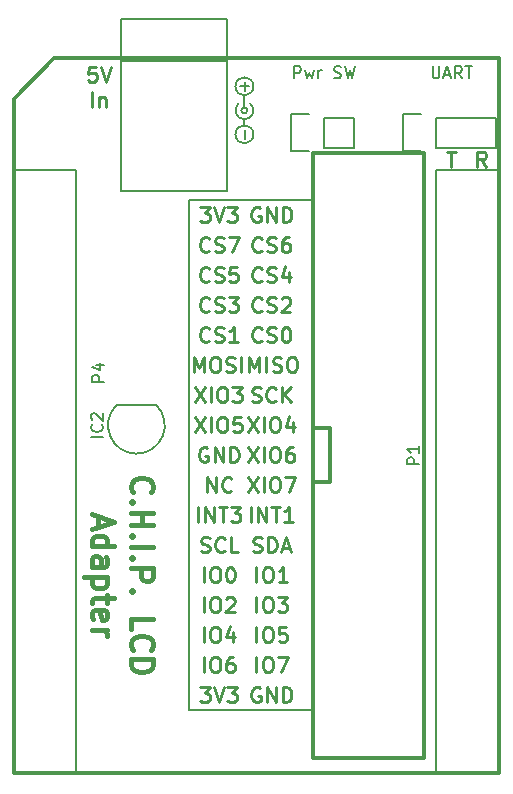
<source format=gto>
G04 #@! TF.FileFunction,Legend,Top*
%FSLAX46Y46*%
G04 Gerber Fmt 4.6, Leading zero omitted, Abs format (unit mm)*
G04 Created by KiCad (PCBNEW Rev-6964-Dev Build) date Fri Sep  2 16:35:00 2016*
%MOMM*%
%LPD*%
G01*
G04 APERTURE LIST*
%ADD10C,0.100000*%
%ADD11C,0.254000*%
%ADD12C,0.203200*%
%ADD13C,0.406400*%
%ADD14C,0.150000*%
%ADD15C,0.350000*%
%ADD16C,0.304800*%
%ADD17C,0.299720*%
G04 APERTURE END LIST*
D10*
D11*
X94524285Y-70424523D02*
X95370952Y-71694523D01*
X95370952Y-70424523D02*
X94524285Y-71694523D01*
X95854761Y-71694523D02*
X95854761Y-70424523D01*
X96701428Y-70424523D02*
X96943333Y-70424523D01*
X97064285Y-70485000D01*
X97185238Y-70605952D01*
X97245714Y-70847857D01*
X97245714Y-71271190D01*
X97185238Y-71513095D01*
X97064285Y-71634047D01*
X96943333Y-71694523D01*
X96701428Y-71694523D01*
X96580476Y-71634047D01*
X96459523Y-71513095D01*
X96399047Y-71271190D01*
X96399047Y-70847857D01*
X96459523Y-70605952D01*
X96580476Y-70485000D01*
X96701428Y-70424523D01*
X98334285Y-70847857D02*
X98334285Y-71694523D01*
X98031904Y-70364047D02*
X97729523Y-71271190D01*
X98515714Y-71271190D01*
X91077142Y-76774523D02*
X91077142Y-75504523D01*
X91802857Y-76774523D01*
X91802857Y-75504523D01*
X93133333Y-76653571D02*
X93072857Y-76714047D01*
X92891428Y-76774523D01*
X92770476Y-76774523D01*
X92589047Y-76714047D01*
X92468095Y-76593095D01*
X92407619Y-76472142D01*
X92347142Y-76230238D01*
X92347142Y-76048809D01*
X92407619Y-75806904D01*
X92468095Y-75685952D01*
X92589047Y-75565000D01*
X92770476Y-75504523D01*
X92891428Y-75504523D01*
X93072857Y-75565000D01*
X93133333Y-75625476D01*
X91258571Y-63953571D02*
X91198095Y-64014047D01*
X91016666Y-64074523D01*
X90895714Y-64074523D01*
X90714285Y-64014047D01*
X90593333Y-63893095D01*
X90532857Y-63772142D01*
X90472380Y-63530238D01*
X90472380Y-63348809D01*
X90532857Y-63106904D01*
X90593333Y-62985952D01*
X90714285Y-62865000D01*
X90895714Y-62804523D01*
X91016666Y-62804523D01*
X91198095Y-62865000D01*
X91258571Y-62925476D01*
X91742380Y-64014047D02*
X91923809Y-64074523D01*
X92226190Y-64074523D01*
X92347142Y-64014047D01*
X92407619Y-63953571D01*
X92468095Y-63832619D01*
X92468095Y-63711666D01*
X92407619Y-63590714D01*
X92347142Y-63530238D01*
X92226190Y-63469761D01*
X91984285Y-63409285D01*
X91863333Y-63348809D01*
X91802857Y-63288333D01*
X91742380Y-63167380D01*
X91742380Y-63046428D01*
X91802857Y-62925476D01*
X91863333Y-62865000D01*
X91984285Y-62804523D01*
X92286666Y-62804523D01*
X92468095Y-62865000D01*
X93677619Y-64074523D02*
X92951904Y-64074523D01*
X93314761Y-64074523D02*
X93314761Y-62804523D01*
X93193809Y-62985952D01*
X93072857Y-63106904D01*
X92951904Y-63167380D01*
D12*
X89535000Y-95250000D02*
X100076000Y-95250000D01*
X89535000Y-52070000D02*
X89535000Y-95250000D01*
X100076000Y-52070000D02*
X89535000Y-52070000D01*
D11*
X81673095Y-40770023D02*
X81068333Y-40770023D01*
X81007857Y-41374785D01*
X81068333Y-41314309D01*
X81189285Y-41253833D01*
X81491666Y-41253833D01*
X81612619Y-41314309D01*
X81673095Y-41374785D01*
X81733571Y-41495738D01*
X81733571Y-41798119D01*
X81673095Y-41919071D01*
X81612619Y-41979547D01*
X81491666Y-42040023D01*
X81189285Y-42040023D01*
X81068333Y-41979547D01*
X81007857Y-41919071D01*
X82096428Y-40770023D02*
X82519761Y-42040023D01*
X82943095Y-40770023D01*
X81340476Y-44199023D02*
X81340476Y-42929023D01*
X81945238Y-43352357D02*
X81945238Y-44199023D01*
X81945238Y-43473309D02*
X82005714Y-43412833D01*
X82126666Y-43352357D01*
X82308095Y-43352357D01*
X82429047Y-43412833D01*
X82489523Y-43533785D01*
X82489523Y-44199023D01*
X95552380Y-93345000D02*
X95431428Y-93284523D01*
X95250000Y-93284523D01*
X95068571Y-93345000D01*
X94947619Y-93465952D01*
X94887142Y-93586904D01*
X94826666Y-93828809D01*
X94826666Y-94010238D01*
X94887142Y-94252142D01*
X94947619Y-94373095D01*
X95068571Y-94494047D01*
X95250000Y-94554523D01*
X95370952Y-94554523D01*
X95552380Y-94494047D01*
X95612857Y-94433571D01*
X95612857Y-94010238D01*
X95370952Y-94010238D01*
X96157142Y-94554523D02*
X96157142Y-93284523D01*
X96882857Y-94554523D01*
X96882857Y-93284523D01*
X97487619Y-94554523D02*
X97487619Y-93284523D01*
X97790000Y-93284523D01*
X97971428Y-93345000D01*
X98092380Y-93465952D01*
X98152857Y-93586904D01*
X98213333Y-93828809D01*
X98213333Y-94010238D01*
X98152857Y-94252142D01*
X98092380Y-94373095D01*
X97971428Y-94494047D01*
X97790000Y-94554523D01*
X97487619Y-94554523D01*
X90502619Y-93284523D02*
X91288809Y-93284523D01*
X90865476Y-93768333D01*
X91046904Y-93768333D01*
X91167857Y-93828809D01*
X91228333Y-93889285D01*
X91288809Y-94010238D01*
X91288809Y-94312619D01*
X91228333Y-94433571D01*
X91167857Y-94494047D01*
X91046904Y-94554523D01*
X90684047Y-94554523D01*
X90563095Y-94494047D01*
X90502619Y-94433571D01*
X91651666Y-93284523D02*
X92075000Y-94554523D01*
X92498333Y-93284523D01*
X92800714Y-93284523D02*
X93586904Y-93284523D01*
X93163571Y-93768333D01*
X93345000Y-93768333D01*
X93465952Y-93828809D01*
X93526428Y-93889285D01*
X93586904Y-94010238D01*
X93586904Y-94312619D01*
X93526428Y-94433571D01*
X93465952Y-94494047D01*
X93345000Y-94554523D01*
X92982142Y-94554523D01*
X92861190Y-94494047D01*
X92800714Y-94433571D01*
X90805000Y-92014523D02*
X90805000Y-90744523D01*
X91651666Y-90744523D02*
X91893571Y-90744523D01*
X92014523Y-90805000D01*
X92135476Y-90925952D01*
X92195952Y-91167857D01*
X92195952Y-91591190D01*
X92135476Y-91833095D01*
X92014523Y-91954047D01*
X91893571Y-92014523D01*
X91651666Y-92014523D01*
X91530714Y-91954047D01*
X91409761Y-91833095D01*
X91349285Y-91591190D01*
X91349285Y-91167857D01*
X91409761Y-90925952D01*
X91530714Y-90805000D01*
X91651666Y-90744523D01*
X93284523Y-90744523D02*
X93042619Y-90744523D01*
X92921666Y-90805000D01*
X92861190Y-90865476D01*
X92740238Y-91046904D01*
X92679761Y-91288809D01*
X92679761Y-91772619D01*
X92740238Y-91893571D01*
X92800714Y-91954047D01*
X92921666Y-92014523D01*
X93163571Y-92014523D01*
X93284523Y-91954047D01*
X93345000Y-91893571D01*
X93405476Y-91772619D01*
X93405476Y-91470238D01*
X93345000Y-91349285D01*
X93284523Y-91288809D01*
X93163571Y-91228333D01*
X92921666Y-91228333D01*
X92800714Y-91288809D01*
X92740238Y-91349285D01*
X92679761Y-91470238D01*
X95250000Y-92014523D02*
X95250000Y-90744523D01*
X96096666Y-90744523D02*
X96338571Y-90744523D01*
X96459523Y-90805000D01*
X96580476Y-90925952D01*
X96640952Y-91167857D01*
X96640952Y-91591190D01*
X96580476Y-91833095D01*
X96459523Y-91954047D01*
X96338571Y-92014523D01*
X96096666Y-92014523D01*
X95975714Y-91954047D01*
X95854761Y-91833095D01*
X95794285Y-91591190D01*
X95794285Y-91167857D01*
X95854761Y-90925952D01*
X95975714Y-90805000D01*
X96096666Y-90744523D01*
X97064285Y-90744523D02*
X97910952Y-90744523D01*
X97366666Y-92014523D01*
X95250000Y-89474523D02*
X95250000Y-88204523D01*
X96096666Y-88204523D02*
X96338571Y-88204523D01*
X96459523Y-88265000D01*
X96580476Y-88385952D01*
X96640952Y-88627857D01*
X96640952Y-89051190D01*
X96580476Y-89293095D01*
X96459523Y-89414047D01*
X96338571Y-89474523D01*
X96096666Y-89474523D01*
X95975714Y-89414047D01*
X95854761Y-89293095D01*
X95794285Y-89051190D01*
X95794285Y-88627857D01*
X95854761Y-88385952D01*
X95975714Y-88265000D01*
X96096666Y-88204523D01*
X97790000Y-88204523D02*
X97185238Y-88204523D01*
X97124761Y-88809285D01*
X97185238Y-88748809D01*
X97306190Y-88688333D01*
X97608571Y-88688333D01*
X97729523Y-88748809D01*
X97790000Y-88809285D01*
X97850476Y-88930238D01*
X97850476Y-89232619D01*
X97790000Y-89353571D01*
X97729523Y-89414047D01*
X97608571Y-89474523D01*
X97306190Y-89474523D01*
X97185238Y-89414047D01*
X97124761Y-89353571D01*
X90805000Y-89474523D02*
X90805000Y-88204523D01*
X91651666Y-88204523D02*
X91893571Y-88204523D01*
X92014523Y-88265000D01*
X92135476Y-88385952D01*
X92195952Y-88627857D01*
X92195952Y-89051190D01*
X92135476Y-89293095D01*
X92014523Y-89414047D01*
X91893571Y-89474523D01*
X91651666Y-89474523D01*
X91530714Y-89414047D01*
X91409761Y-89293095D01*
X91349285Y-89051190D01*
X91349285Y-88627857D01*
X91409761Y-88385952D01*
X91530714Y-88265000D01*
X91651666Y-88204523D01*
X93284523Y-88627857D02*
X93284523Y-89474523D01*
X92982142Y-88144047D02*
X92679761Y-89051190D01*
X93465952Y-89051190D01*
X90805000Y-86934523D02*
X90805000Y-85664523D01*
X91651666Y-85664523D02*
X91893571Y-85664523D01*
X92014523Y-85725000D01*
X92135476Y-85845952D01*
X92195952Y-86087857D01*
X92195952Y-86511190D01*
X92135476Y-86753095D01*
X92014523Y-86874047D01*
X91893571Y-86934523D01*
X91651666Y-86934523D01*
X91530714Y-86874047D01*
X91409761Y-86753095D01*
X91349285Y-86511190D01*
X91349285Y-86087857D01*
X91409761Y-85845952D01*
X91530714Y-85725000D01*
X91651666Y-85664523D01*
X92679761Y-85785476D02*
X92740238Y-85725000D01*
X92861190Y-85664523D01*
X93163571Y-85664523D01*
X93284523Y-85725000D01*
X93345000Y-85785476D01*
X93405476Y-85906428D01*
X93405476Y-86027380D01*
X93345000Y-86208809D01*
X92619285Y-86934523D01*
X93405476Y-86934523D01*
X95250000Y-86934523D02*
X95250000Y-85664523D01*
X96096666Y-85664523D02*
X96338571Y-85664523D01*
X96459523Y-85725000D01*
X96580476Y-85845952D01*
X96640952Y-86087857D01*
X96640952Y-86511190D01*
X96580476Y-86753095D01*
X96459523Y-86874047D01*
X96338571Y-86934523D01*
X96096666Y-86934523D01*
X95975714Y-86874047D01*
X95854761Y-86753095D01*
X95794285Y-86511190D01*
X95794285Y-86087857D01*
X95854761Y-85845952D01*
X95975714Y-85725000D01*
X96096666Y-85664523D01*
X97064285Y-85664523D02*
X97850476Y-85664523D01*
X97427142Y-86148333D01*
X97608571Y-86148333D01*
X97729523Y-86208809D01*
X97790000Y-86269285D01*
X97850476Y-86390238D01*
X97850476Y-86692619D01*
X97790000Y-86813571D01*
X97729523Y-86874047D01*
X97608571Y-86934523D01*
X97245714Y-86934523D01*
X97124761Y-86874047D01*
X97064285Y-86813571D01*
X95250000Y-84394523D02*
X95250000Y-83124523D01*
X96096666Y-83124523D02*
X96338571Y-83124523D01*
X96459523Y-83185000D01*
X96580476Y-83305952D01*
X96640952Y-83547857D01*
X96640952Y-83971190D01*
X96580476Y-84213095D01*
X96459523Y-84334047D01*
X96338571Y-84394523D01*
X96096666Y-84394523D01*
X95975714Y-84334047D01*
X95854761Y-84213095D01*
X95794285Y-83971190D01*
X95794285Y-83547857D01*
X95854761Y-83305952D01*
X95975714Y-83185000D01*
X96096666Y-83124523D01*
X97850476Y-84394523D02*
X97124761Y-84394523D01*
X97487619Y-84394523D02*
X97487619Y-83124523D01*
X97366666Y-83305952D01*
X97245714Y-83426904D01*
X97124761Y-83487380D01*
X90805000Y-84394523D02*
X90805000Y-83124523D01*
X91651666Y-83124523D02*
X91893571Y-83124523D01*
X92014523Y-83185000D01*
X92135476Y-83305952D01*
X92195952Y-83547857D01*
X92195952Y-83971190D01*
X92135476Y-84213095D01*
X92014523Y-84334047D01*
X91893571Y-84394523D01*
X91651666Y-84394523D01*
X91530714Y-84334047D01*
X91409761Y-84213095D01*
X91349285Y-83971190D01*
X91349285Y-83547857D01*
X91409761Y-83305952D01*
X91530714Y-83185000D01*
X91651666Y-83124523D01*
X92982142Y-83124523D02*
X93103095Y-83124523D01*
X93224047Y-83185000D01*
X93284523Y-83245476D01*
X93345000Y-83366428D01*
X93405476Y-83608333D01*
X93405476Y-83910714D01*
X93345000Y-84152619D01*
X93284523Y-84273571D01*
X93224047Y-84334047D01*
X93103095Y-84394523D01*
X92982142Y-84394523D01*
X92861190Y-84334047D01*
X92800714Y-84273571D01*
X92740238Y-84152619D01*
X92679761Y-83910714D01*
X92679761Y-83608333D01*
X92740238Y-83366428D01*
X92800714Y-83245476D01*
X92861190Y-83185000D01*
X92982142Y-83124523D01*
X94977857Y-81794047D02*
X95159285Y-81854523D01*
X95461666Y-81854523D01*
X95582619Y-81794047D01*
X95643095Y-81733571D01*
X95703571Y-81612619D01*
X95703571Y-81491666D01*
X95643095Y-81370714D01*
X95582619Y-81310238D01*
X95461666Y-81249761D01*
X95219761Y-81189285D01*
X95098809Y-81128809D01*
X95038333Y-81068333D01*
X94977857Y-80947380D01*
X94977857Y-80826428D01*
X95038333Y-80705476D01*
X95098809Y-80645000D01*
X95219761Y-80584523D01*
X95522142Y-80584523D01*
X95703571Y-80645000D01*
X96247857Y-81854523D02*
X96247857Y-80584523D01*
X96550238Y-80584523D01*
X96731666Y-80645000D01*
X96852619Y-80765952D01*
X96913095Y-80886904D01*
X96973571Y-81128809D01*
X96973571Y-81310238D01*
X96913095Y-81552142D01*
X96852619Y-81673095D01*
X96731666Y-81794047D01*
X96550238Y-81854523D01*
X96247857Y-81854523D01*
X97457380Y-81491666D02*
X98062142Y-81491666D01*
X97336428Y-81854523D02*
X97759761Y-80584523D01*
X98183095Y-81854523D01*
X90563095Y-81794047D02*
X90744523Y-81854523D01*
X91046904Y-81854523D01*
X91167857Y-81794047D01*
X91228333Y-81733571D01*
X91288809Y-81612619D01*
X91288809Y-81491666D01*
X91228333Y-81370714D01*
X91167857Y-81310238D01*
X91046904Y-81249761D01*
X90805000Y-81189285D01*
X90684047Y-81128809D01*
X90623571Y-81068333D01*
X90563095Y-80947380D01*
X90563095Y-80826428D01*
X90623571Y-80705476D01*
X90684047Y-80645000D01*
X90805000Y-80584523D01*
X91107380Y-80584523D01*
X91288809Y-80645000D01*
X92558809Y-81733571D02*
X92498333Y-81794047D01*
X92316904Y-81854523D01*
X92195952Y-81854523D01*
X92014523Y-81794047D01*
X91893571Y-81673095D01*
X91833095Y-81552142D01*
X91772619Y-81310238D01*
X91772619Y-81128809D01*
X91833095Y-80886904D01*
X91893571Y-80765952D01*
X92014523Y-80645000D01*
X92195952Y-80584523D01*
X92316904Y-80584523D01*
X92498333Y-80645000D01*
X92558809Y-80705476D01*
X93707857Y-81854523D02*
X93103095Y-81854523D01*
X93103095Y-80584523D01*
X90321190Y-79314523D02*
X90321190Y-78044523D01*
X90925952Y-79314523D02*
X90925952Y-78044523D01*
X91651666Y-79314523D01*
X91651666Y-78044523D01*
X92075000Y-78044523D02*
X92800714Y-78044523D01*
X92437857Y-79314523D02*
X92437857Y-78044523D01*
X93103095Y-78044523D02*
X93889285Y-78044523D01*
X93465952Y-78528333D01*
X93647380Y-78528333D01*
X93768333Y-78588809D01*
X93828809Y-78649285D01*
X93889285Y-78770238D01*
X93889285Y-79072619D01*
X93828809Y-79193571D01*
X93768333Y-79254047D01*
X93647380Y-79314523D01*
X93284523Y-79314523D01*
X93163571Y-79254047D01*
X93103095Y-79193571D01*
X94766190Y-79314523D02*
X94766190Y-78044523D01*
X95370952Y-79314523D02*
X95370952Y-78044523D01*
X96096666Y-79314523D01*
X96096666Y-78044523D01*
X96520000Y-78044523D02*
X97245714Y-78044523D01*
X96882857Y-79314523D02*
X96882857Y-78044523D01*
X98334285Y-79314523D02*
X97608571Y-79314523D01*
X97971428Y-79314523D02*
X97971428Y-78044523D01*
X97850476Y-78225952D01*
X97729523Y-78346904D01*
X97608571Y-78407380D01*
X94524285Y-75504523D02*
X95370952Y-76774523D01*
X95370952Y-75504523D02*
X94524285Y-76774523D01*
X95854761Y-76774523D02*
X95854761Y-75504523D01*
X96701428Y-75504523D02*
X96943333Y-75504523D01*
X97064285Y-75565000D01*
X97185238Y-75685952D01*
X97245714Y-75927857D01*
X97245714Y-76351190D01*
X97185238Y-76593095D01*
X97064285Y-76714047D01*
X96943333Y-76774523D01*
X96701428Y-76774523D01*
X96580476Y-76714047D01*
X96459523Y-76593095D01*
X96399047Y-76351190D01*
X96399047Y-75927857D01*
X96459523Y-75685952D01*
X96580476Y-75565000D01*
X96701428Y-75504523D01*
X97669047Y-75504523D02*
X98515714Y-75504523D01*
X97971428Y-76774523D01*
X91107380Y-73025000D02*
X90986428Y-72964523D01*
X90805000Y-72964523D01*
X90623571Y-73025000D01*
X90502619Y-73145952D01*
X90442142Y-73266904D01*
X90381666Y-73508809D01*
X90381666Y-73690238D01*
X90442142Y-73932142D01*
X90502619Y-74053095D01*
X90623571Y-74174047D01*
X90805000Y-74234523D01*
X90925952Y-74234523D01*
X91107380Y-74174047D01*
X91167857Y-74113571D01*
X91167857Y-73690238D01*
X90925952Y-73690238D01*
X91712142Y-74234523D02*
X91712142Y-72964523D01*
X92437857Y-74234523D01*
X92437857Y-72964523D01*
X93042619Y-74234523D02*
X93042619Y-72964523D01*
X93345000Y-72964523D01*
X93526428Y-73025000D01*
X93647380Y-73145952D01*
X93707857Y-73266904D01*
X93768333Y-73508809D01*
X93768333Y-73690238D01*
X93707857Y-73932142D01*
X93647380Y-74053095D01*
X93526428Y-74174047D01*
X93345000Y-74234523D01*
X93042619Y-74234523D01*
X94524285Y-72964523D02*
X95370952Y-74234523D01*
X95370952Y-72964523D02*
X94524285Y-74234523D01*
X95854761Y-74234523D02*
X95854761Y-72964523D01*
X96701428Y-72964523D02*
X96943333Y-72964523D01*
X97064285Y-73025000D01*
X97185238Y-73145952D01*
X97245714Y-73387857D01*
X97245714Y-73811190D01*
X97185238Y-74053095D01*
X97064285Y-74174047D01*
X96943333Y-74234523D01*
X96701428Y-74234523D01*
X96580476Y-74174047D01*
X96459523Y-74053095D01*
X96399047Y-73811190D01*
X96399047Y-73387857D01*
X96459523Y-73145952D01*
X96580476Y-73025000D01*
X96701428Y-72964523D01*
X98334285Y-72964523D02*
X98092380Y-72964523D01*
X97971428Y-73025000D01*
X97910952Y-73085476D01*
X97790000Y-73266904D01*
X97729523Y-73508809D01*
X97729523Y-73992619D01*
X97790000Y-74113571D01*
X97850476Y-74174047D01*
X97971428Y-74234523D01*
X98213333Y-74234523D01*
X98334285Y-74174047D01*
X98394761Y-74113571D01*
X98455238Y-73992619D01*
X98455238Y-73690238D01*
X98394761Y-73569285D01*
X98334285Y-73508809D01*
X98213333Y-73448333D01*
X97971428Y-73448333D01*
X97850476Y-73508809D01*
X97790000Y-73569285D01*
X97729523Y-73690238D01*
X90079285Y-70424523D02*
X90925952Y-71694523D01*
X90925952Y-70424523D02*
X90079285Y-71694523D01*
X91409761Y-71694523D02*
X91409761Y-70424523D01*
X92256428Y-70424523D02*
X92498333Y-70424523D01*
X92619285Y-70485000D01*
X92740238Y-70605952D01*
X92800714Y-70847857D01*
X92800714Y-71271190D01*
X92740238Y-71513095D01*
X92619285Y-71634047D01*
X92498333Y-71694523D01*
X92256428Y-71694523D01*
X92135476Y-71634047D01*
X92014523Y-71513095D01*
X91954047Y-71271190D01*
X91954047Y-70847857D01*
X92014523Y-70605952D01*
X92135476Y-70485000D01*
X92256428Y-70424523D01*
X93949761Y-70424523D02*
X93345000Y-70424523D01*
X93284523Y-71029285D01*
X93345000Y-70968809D01*
X93465952Y-70908333D01*
X93768333Y-70908333D01*
X93889285Y-70968809D01*
X93949761Y-71029285D01*
X94010238Y-71150238D01*
X94010238Y-71452619D01*
X93949761Y-71573571D01*
X93889285Y-71634047D01*
X93768333Y-71694523D01*
X93465952Y-71694523D01*
X93345000Y-71634047D01*
X93284523Y-71573571D01*
X94887142Y-69094047D02*
X95068571Y-69154523D01*
X95370952Y-69154523D01*
X95491904Y-69094047D01*
X95552380Y-69033571D01*
X95612857Y-68912619D01*
X95612857Y-68791666D01*
X95552380Y-68670714D01*
X95491904Y-68610238D01*
X95370952Y-68549761D01*
X95129047Y-68489285D01*
X95008095Y-68428809D01*
X94947619Y-68368333D01*
X94887142Y-68247380D01*
X94887142Y-68126428D01*
X94947619Y-68005476D01*
X95008095Y-67945000D01*
X95129047Y-67884523D01*
X95431428Y-67884523D01*
X95612857Y-67945000D01*
X96882857Y-69033571D02*
X96822380Y-69094047D01*
X96640952Y-69154523D01*
X96520000Y-69154523D01*
X96338571Y-69094047D01*
X96217619Y-68973095D01*
X96157142Y-68852142D01*
X96096666Y-68610238D01*
X96096666Y-68428809D01*
X96157142Y-68186904D01*
X96217619Y-68065952D01*
X96338571Y-67945000D01*
X96520000Y-67884523D01*
X96640952Y-67884523D01*
X96822380Y-67945000D01*
X96882857Y-68005476D01*
X97427142Y-69154523D02*
X97427142Y-67884523D01*
X98152857Y-69154523D02*
X97608571Y-68428809D01*
X98152857Y-67884523D02*
X97427142Y-68610238D01*
X90079285Y-67884523D02*
X90925952Y-69154523D01*
X90925952Y-67884523D02*
X90079285Y-69154523D01*
X91409761Y-69154523D02*
X91409761Y-67884523D01*
X92256428Y-67884523D02*
X92498333Y-67884523D01*
X92619285Y-67945000D01*
X92740238Y-68065952D01*
X92800714Y-68307857D01*
X92800714Y-68731190D01*
X92740238Y-68973095D01*
X92619285Y-69094047D01*
X92498333Y-69154523D01*
X92256428Y-69154523D01*
X92135476Y-69094047D01*
X92014523Y-68973095D01*
X91954047Y-68731190D01*
X91954047Y-68307857D01*
X92014523Y-68065952D01*
X92135476Y-67945000D01*
X92256428Y-67884523D01*
X93224047Y-67884523D02*
X94010238Y-67884523D01*
X93586904Y-68368333D01*
X93768333Y-68368333D01*
X93889285Y-68428809D01*
X93949761Y-68489285D01*
X94010238Y-68610238D01*
X94010238Y-68912619D01*
X93949761Y-69033571D01*
X93889285Y-69094047D01*
X93768333Y-69154523D01*
X93405476Y-69154523D01*
X93284523Y-69094047D01*
X93224047Y-69033571D01*
X94651285Y-66614523D02*
X94651285Y-65344523D01*
X95074619Y-66251666D01*
X95497952Y-65344523D01*
X95497952Y-66614523D01*
X96102714Y-66614523D02*
X96102714Y-65344523D01*
X96647000Y-66554047D02*
X96828428Y-66614523D01*
X97130809Y-66614523D01*
X97251761Y-66554047D01*
X97312238Y-66493571D01*
X97372714Y-66372619D01*
X97372714Y-66251666D01*
X97312238Y-66130714D01*
X97251761Y-66070238D01*
X97130809Y-66009761D01*
X96888904Y-65949285D01*
X96767952Y-65888809D01*
X96707476Y-65828333D01*
X96647000Y-65707380D01*
X96647000Y-65586428D01*
X96707476Y-65465476D01*
X96767952Y-65405000D01*
X96888904Y-65344523D01*
X97191285Y-65344523D01*
X97372714Y-65405000D01*
X98158904Y-65344523D02*
X98400809Y-65344523D01*
X98521761Y-65405000D01*
X98642714Y-65525952D01*
X98703190Y-65767857D01*
X98703190Y-66191190D01*
X98642714Y-66433095D01*
X98521761Y-66554047D01*
X98400809Y-66614523D01*
X98158904Y-66614523D01*
X98037952Y-66554047D01*
X97917000Y-66433095D01*
X97856523Y-66191190D01*
X97856523Y-65767857D01*
X97917000Y-65525952D01*
X98037952Y-65405000D01*
X98158904Y-65344523D01*
X89952285Y-66614523D02*
X89952285Y-65344523D01*
X90375619Y-66251666D01*
X90798952Y-65344523D01*
X90798952Y-66614523D01*
X91645619Y-65344523D02*
X91887523Y-65344523D01*
X92008476Y-65405000D01*
X92129428Y-65525952D01*
X92189904Y-65767857D01*
X92189904Y-66191190D01*
X92129428Y-66433095D01*
X92008476Y-66554047D01*
X91887523Y-66614523D01*
X91645619Y-66614523D01*
X91524666Y-66554047D01*
X91403714Y-66433095D01*
X91343238Y-66191190D01*
X91343238Y-65767857D01*
X91403714Y-65525952D01*
X91524666Y-65405000D01*
X91645619Y-65344523D01*
X92673714Y-66554047D02*
X92855142Y-66614523D01*
X93157523Y-66614523D01*
X93278476Y-66554047D01*
X93338952Y-66493571D01*
X93399428Y-66372619D01*
X93399428Y-66251666D01*
X93338952Y-66130714D01*
X93278476Y-66070238D01*
X93157523Y-66009761D01*
X92915619Y-65949285D01*
X92794666Y-65888809D01*
X92734190Y-65828333D01*
X92673714Y-65707380D01*
X92673714Y-65586428D01*
X92734190Y-65465476D01*
X92794666Y-65405000D01*
X92915619Y-65344523D01*
X93218000Y-65344523D01*
X93399428Y-65405000D01*
X93943714Y-66614523D02*
X93943714Y-65344523D01*
X95703571Y-63953571D02*
X95643095Y-64014047D01*
X95461666Y-64074523D01*
X95340714Y-64074523D01*
X95159285Y-64014047D01*
X95038333Y-63893095D01*
X94977857Y-63772142D01*
X94917380Y-63530238D01*
X94917380Y-63348809D01*
X94977857Y-63106904D01*
X95038333Y-62985952D01*
X95159285Y-62865000D01*
X95340714Y-62804523D01*
X95461666Y-62804523D01*
X95643095Y-62865000D01*
X95703571Y-62925476D01*
X96187380Y-64014047D02*
X96368809Y-64074523D01*
X96671190Y-64074523D01*
X96792142Y-64014047D01*
X96852619Y-63953571D01*
X96913095Y-63832619D01*
X96913095Y-63711666D01*
X96852619Y-63590714D01*
X96792142Y-63530238D01*
X96671190Y-63469761D01*
X96429285Y-63409285D01*
X96308333Y-63348809D01*
X96247857Y-63288333D01*
X96187380Y-63167380D01*
X96187380Y-63046428D01*
X96247857Y-62925476D01*
X96308333Y-62865000D01*
X96429285Y-62804523D01*
X96731666Y-62804523D01*
X96913095Y-62865000D01*
X97699285Y-62804523D02*
X97820238Y-62804523D01*
X97941190Y-62865000D01*
X98001666Y-62925476D01*
X98062142Y-63046428D01*
X98122619Y-63288333D01*
X98122619Y-63590714D01*
X98062142Y-63832619D01*
X98001666Y-63953571D01*
X97941190Y-64014047D01*
X97820238Y-64074523D01*
X97699285Y-64074523D01*
X97578333Y-64014047D01*
X97517857Y-63953571D01*
X97457380Y-63832619D01*
X97396904Y-63590714D01*
X97396904Y-63288333D01*
X97457380Y-63046428D01*
X97517857Y-62925476D01*
X97578333Y-62865000D01*
X97699285Y-62804523D01*
X95703571Y-61413571D02*
X95643095Y-61474047D01*
X95461666Y-61534523D01*
X95340714Y-61534523D01*
X95159285Y-61474047D01*
X95038333Y-61353095D01*
X94977857Y-61232142D01*
X94917380Y-60990238D01*
X94917380Y-60808809D01*
X94977857Y-60566904D01*
X95038333Y-60445952D01*
X95159285Y-60325000D01*
X95340714Y-60264523D01*
X95461666Y-60264523D01*
X95643095Y-60325000D01*
X95703571Y-60385476D01*
X96187380Y-61474047D02*
X96368809Y-61534523D01*
X96671190Y-61534523D01*
X96792142Y-61474047D01*
X96852619Y-61413571D01*
X96913095Y-61292619D01*
X96913095Y-61171666D01*
X96852619Y-61050714D01*
X96792142Y-60990238D01*
X96671190Y-60929761D01*
X96429285Y-60869285D01*
X96308333Y-60808809D01*
X96247857Y-60748333D01*
X96187380Y-60627380D01*
X96187380Y-60506428D01*
X96247857Y-60385476D01*
X96308333Y-60325000D01*
X96429285Y-60264523D01*
X96731666Y-60264523D01*
X96913095Y-60325000D01*
X97396904Y-60385476D02*
X97457380Y-60325000D01*
X97578333Y-60264523D01*
X97880714Y-60264523D01*
X98001666Y-60325000D01*
X98062142Y-60385476D01*
X98122619Y-60506428D01*
X98122619Y-60627380D01*
X98062142Y-60808809D01*
X97336428Y-61534523D01*
X98122619Y-61534523D01*
X91258571Y-61413571D02*
X91198095Y-61474047D01*
X91016666Y-61534523D01*
X90895714Y-61534523D01*
X90714285Y-61474047D01*
X90593333Y-61353095D01*
X90532857Y-61232142D01*
X90472380Y-60990238D01*
X90472380Y-60808809D01*
X90532857Y-60566904D01*
X90593333Y-60445952D01*
X90714285Y-60325000D01*
X90895714Y-60264523D01*
X91016666Y-60264523D01*
X91198095Y-60325000D01*
X91258571Y-60385476D01*
X91742380Y-61474047D02*
X91923809Y-61534523D01*
X92226190Y-61534523D01*
X92347142Y-61474047D01*
X92407619Y-61413571D01*
X92468095Y-61292619D01*
X92468095Y-61171666D01*
X92407619Y-61050714D01*
X92347142Y-60990238D01*
X92226190Y-60929761D01*
X91984285Y-60869285D01*
X91863333Y-60808809D01*
X91802857Y-60748333D01*
X91742380Y-60627380D01*
X91742380Y-60506428D01*
X91802857Y-60385476D01*
X91863333Y-60325000D01*
X91984285Y-60264523D01*
X92286666Y-60264523D01*
X92468095Y-60325000D01*
X92891428Y-60264523D02*
X93677619Y-60264523D01*
X93254285Y-60748333D01*
X93435714Y-60748333D01*
X93556666Y-60808809D01*
X93617142Y-60869285D01*
X93677619Y-60990238D01*
X93677619Y-61292619D01*
X93617142Y-61413571D01*
X93556666Y-61474047D01*
X93435714Y-61534523D01*
X93072857Y-61534523D01*
X92951904Y-61474047D01*
X92891428Y-61413571D01*
X91258571Y-58873571D02*
X91198095Y-58934047D01*
X91016666Y-58994523D01*
X90895714Y-58994523D01*
X90714285Y-58934047D01*
X90593333Y-58813095D01*
X90532857Y-58692142D01*
X90472380Y-58450238D01*
X90472380Y-58268809D01*
X90532857Y-58026904D01*
X90593333Y-57905952D01*
X90714285Y-57785000D01*
X90895714Y-57724523D01*
X91016666Y-57724523D01*
X91198095Y-57785000D01*
X91258571Y-57845476D01*
X91742380Y-58934047D02*
X91923809Y-58994523D01*
X92226190Y-58994523D01*
X92347142Y-58934047D01*
X92407619Y-58873571D01*
X92468095Y-58752619D01*
X92468095Y-58631666D01*
X92407619Y-58510714D01*
X92347142Y-58450238D01*
X92226190Y-58389761D01*
X91984285Y-58329285D01*
X91863333Y-58268809D01*
X91802857Y-58208333D01*
X91742380Y-58087380D01*
X91742380Y-57966428D01*
X91802857Y-57845476D01*
X91863333Y-57785000D01*
X91984285Y-57724523D01*
X92286666Y-57724523D01*
X92468095Y-57785000D01*
X93617142Y-57724523D02*
X93012380Y-57724523D01*
X92951904Y-58329285D01*
X93012380Y-58268809D01*
X93133333Y-58208333D01*
X93435714Y-58208333D01*
X93556666Y-58268809D01*
X93617142Y-58329285D01*
X93677619Y-58450238D01*
X93677619Y-58752619D01*
X93617142Y-58873571D01*
X93556666Y-58934047D01*
X93435714Y-58994523D01*
X93133333Y-58994523D01*
X93012380Y-58934047D01*
X92951904Y-58873571D01*
X95703571Y-58873571D02*
X95643095Y-58934047D01*
X95461666Y-58994523D01*
X95340714Y-58994523D01*
X95159285Y-58934047D01*
X95038333Y-58813095D01*
X94977857Y-58692142D01*
X94917380Y-58450238D01*
X94917380Y-58268809D01*
X94977857Y-58026904D01*
X95038333Y-57905952D01*
X95159285Y-57785000D01*
X95340714Y-57724523D01*
X95461666Y-57724523D01*
X95643095Y-57785000D01*
X95703571Y-57845476D01*
X96187380Y-58934047D02*
X96368809Y-58994523D01*
X96671190Y-58994523D01*
X96792142Y-58934047D01*
X96852619Y-58873571D01*
X96913095Y-58752619D01*
X96913095Y-58631666D01*
X96852619Y-58510714D01*
X96792142Y-58450238D01*
X96671190Y-58389761D01*
X96429285Y-58329285D01*
X96308333Y-58268809D01*
X96247857Y-58208333D01*
X96187380Y-58087380D01*
X96187380Y-57966428D01*
X96247857Y-57845476D01*
X96308333Y-57785000D01*
X96429285Y-57724523D01*
X96731666Y-57724523D01*
X96913095Y-57785000D01*
X98001666Y-58147857D02*
X98001666Y-58994523D01*
X97699285Y-57664047D02*
X97396904Y-58571190D01*
X98183095Y-58571190D01*
X95703571Y-56333571D02*
X95643095Y-56394047D01*
X95461666Y-56454523D01*
X95340714Y-56454523D01*
X95159285Y-56394047D01*
X95038333Y-56273095D01*
X94977857Y-56152142D01*
X94917380Y-55910238D01*
X94917380Y-55728809D01*
X94977857Y-55486904D01*
X95038333Y-55365952D01*
X95159285Y-55245000D01*
X95340714Y-55184523D01*
X95461666Y-55184523D01*
X95643095Y-55245000D01*
X95703571Y-55305476D01*
X96187380Y-56394047D02*
X96368809Y-56454523D01*
X96671190Y-56454523D01*
X96792142Y-56394047D01*
X96852619Y-56333571D01*
X96913095Y-56212619D01*
X96913095Y-56091666D01*
X96852619Y-55970714D01*
X96792142Y-55910238D01*
X96671190Y-55849761D01*
X96429285Y-55789285D01*
X96308333Y-55728809D01*
X96247857Y-55668333D01*
X96187380Y-55547380D01*
X96187380Y-55426428D01*
X96247857Y-55305476D01*
X96308333Y-55245000D01*
X96429285Y-55184523D01*
X96731666Y-55184523D01*
X96913095Y-55245000D01*
X98001666Y-55184523D02*
X97759761Y-55184523D01*
X97638809Y-55245000D01*
X97578333Y-55305476D01*
X97457380Y-55486904D01*
X97396904Y-55728809D01*
X97396904Y-56212619D01*
X97457380Y-56333571D01*
X97517857Y-56394047D01*
X97638809Y-56454523D01*
X97880714Y-56454523D01*
X98001666Y-56394047D01*
X98062142Y-56333571D01*
X98122619Y-56212619D01*
X98122619Y-55910238D01*
X98062142Y-55789285D01*
X98001666Y-55728809D01*
X97880714Y-55668333D01*
X97638809Y-55668333D01*
X97517857Y-55728809D01*
X97457380Y-55789285D01*
X97396904Y-55910238D01*
X91258571Y-56333571D02*
X91198095Y-56394047D01*
X91016666Y-56454523D01*
X90895714Y-56454523D01*
X90714285Y-56394047D01*
X90593333Y-56273095D01*
X90532857Y-56152142D01*
X90472380Y-55910238D01*
X90472380Y-55728809D01*
X90532857Y-55486904D01*
X90593333Y-55365952D01*
X90714285Y-55245000D01*
X90895714Y-55184523D01*
X91016666Y-55184523D01*
X91198095Y-55245000D01*
X91258571Y-55305476D01*
X91742380Y-56394047D02*
X91923809Y-56454523D01*
X92226190Y-56454523D01*
X92347142Y-56394047D01*
X92407619Y-56333571D01*
X92468095Y-56212619D01*
X92468095Y-56091666D01*
X92407619Y-55970714D01*
X92347142Y-55910238D01*
X92226190Y-55849761D01*
X91984285Y-55789285D01*
X91863333Y-55728809D01*
X91802857Y-55668333D01*
X91742380Y-55547380D01*
X91742380Y-55426428D01*
X91802857Y-55305476D01*
X91863333Y-55245000D01*
X91984285Y-55184523D01*
X92286666Y-55184523D01*
X92468095Y-55245000D01*
X92891428Y-55184523D02*
X93738095Y-55184523D01*
X93193809Y-56454523D01*
X95552380Y-52705000D02*
X95431428Y-52644523D01*
X95250000Y-52644523D01*
X95068571Y-52705000D01*
X94947619Y-52825952D01*
X94887142Y-52946904D01*
X94826666Y-53188809D01*
X94826666Y-53370238D01*
X94887142Y-53612142D01*
X94947619Y-53733095D01*
X95068571Y-53854047D01*
X95250000Y-53914523D01*
X95370952Y-53914523D01*
X95552380Y-53854047D01*
X95612857Y-53793571D01*
X95612857Y-53370238D01*
X95370952Y-53370238D01*
X96157142Y-53914523D02*
X96157142Y-52644523D01*
X96882857Y-53914523D01*
X96882857Y-52644523D01*
X97487619Y-53914523D02*
X97487619Y-52644523D01*
X97790000Y-52644523D01*
X97971428Y-52705000D01*
X98092380Y-52825952D01*
X98152857Y-52946904D01*
X98213333Y-53188809D01*
X98213333Y-53370238D01*
X98152857Y-53612142D01*
X98092380Y-53733095D01*
X97971428Y-53854047D01*
X97790000Y-53914523D01*
X97487619Y-53914523D01*
X90502619Y-52644523D02*
X91288809Y-52644523D01*
X90865476Y-53128333D01*
X91046904Y-53128333D01*
X91167857Y-53188809D01*
X91228333Y-53249285D01*
X91288809Y-53370238D01*
X91288809Y-53672619D01*
X91228333Y-53793571D01*
X91167857Y-53854047D01*
X91046904Y-53914523D01*
X90684047Y-53914523D01*
X90563095Y-53854047D01*
X90502619Y-53793571D01*
X91651666Y-52644523D02*
X92075000Y-53914523D01*
X92498333Y-52644523D01*
X92800714Y-52644523D02*
X93586904Y-52644523D01*
X93163571Y-53128333D01*
X93345000Y-53128333D01*
X93465952Y-53188809D01*
X93526428Y-53249285D01*
X93586904Y-53370238D01*
X93586904Y-53672619D01*
X93526428Y-53793571D01*
X93465952Y-53854047D01*
X93345000Y-53914523D01*
X92982142Y-53914523D01*
X92861190Y-53854047D01*
X92800714Y-53793571D01*
X114693095Y-49215523D02*
X114269761Y-48610761D01*
X113967380Y-49215523D02*
X113967380Y-47945523D01*
X114451190Y-47945523D01*
X114572142Y-48006000D01*
X114632619Y-48066476D01*
X114693095Y-48187428D01*
X114693095Y-48368857D01*
X114632619Y-48489809D01*
X114572142Y-48550285D01*
X114451190Y-48610761D01*
X113967380Y-48610761D01*
X111397142Y-47945523D02*
X112122857Y-47945523D01*
X111760000Y-49215523D02*
X111760000Y-47945523D01*
D13*
X84771592Y-76789642D02*
X84680878Y-76698928D01*
X84590164Y-76426785D01*
X84590164Y-76245357D01*
X84680878Y-75973214D01*
X84862307Y-75791785D01*
X85043735Y-75701071D01*
X85406592Y-75610357D01*
X85678735Y-75610357D01*
X86041592Y-75701071D01*
X86223021Y-75791785D01*
X86404450Y-75973214D01*
X86495164Y-76245357D01*
X86495164Y-76426785D01*
X86404450Y-76698928D01*
X86313735Y-76789642D01*
X84771592Y-77606071D02*
X84680878Y-77696785D01*
X84590164Y-77606071D01*
X84680878Y-77515357D01*
X84771592Y-77606071D01*
X84590164Y-77606071D01*
X84590164Y-78513214D02*
X86495164Y-78513214D01*
X85588021Y-78513214D02*
X85588021Y-79601785D01*
X84590164Y-79601785D02*
X86495164Y-79601785D01*
X84771592Y-80508928D02*
X84680878Y-80599642D01*
X84590164Y-80508928D01*
X84680878Y-80418214D01*
X84771592Y-80508928D01*
X84590164Y-80508928D01*
X84590164Y-81416071D02*
X86495164Y-81416071D01*
X84771592Y-82323214D02*
X84680878Y-82413928D01*
X84590164Y-82323214D01*
X84680878Y-82232500D01*
X84771592Y-82323214D01*
X84590164Y-82323214D01*
X84590164Y-83230357D02*
X86495164Y-83230357D01*
X86495164Y-83956071D01*
X86404450Y-84137500D01*
X86313735Y-84228214D01*
X86132307Y-84318928D01*
X85860164Y-84318928D01*
X85678735Y-84228214D01*
X85588021Y-84137500D01*
X85497307Y-83956071D01*
X85497307Y-83230357D01*
X84771592Y-85135357D02*
X84680878Y-85226071D01*
X84590164Y-85135357D01*
X84680878Y-85044642D01*
X84771592Y-85135357D01*
X84590164Y-85135357D01*
X84590164Y-88401071D02*
X84590164Y-87493928D01*
X86495164Y-87493928D01*
X84771592Y-90124642D02*
X84680878Y-90033928D01*
X84590164Y-89761785D01*
X84590164Y-89580357D01*
X84680878Y-89308214D01*
X84862307Y-89126785D01*
X85043735Y-89036071D01*
X85406592Y-88945357D01*
X85678735Y-88945357D01*
X86041592Y-89036071D01*
X86223021Y-89126785D01*
X86404450Y-89308214D01*
X86495164Y-89580357D01*
X86495164Y-89761785D01*
X86404450Y-90033928D01*
X86313735Y-90124642D01*
X84590164Y-90941071D02*
X86495164Y-90941071D01*
X86495164Y-91394642D01*
X86404450Y-91666785D01*
X86223021Y-91848214D01*
X86041592Y-91938928D01*
X85678735Y-92029642D01*
X85406592Y-92029642D01*
X85043735Y-91938928D01*
X84862307Y-91848214D01*
X84680878Y-91666785D01*
X84590164Y-91394642D01*
X84590164Y-90941071D01*
X81870550Y-78830714D02*
X81870550Y-79737857D01*
X81326264Y-78649285D02*
X83231264Y-79284285D01*
X81326264Y-79919285D01*
X81326264Y-81370714D02*
X83231264Y-81370714D01*
X81416978Y-81370714D02*
X81326264Y-81189285D01*
X81326264Y-80826428D01*
X81416978Y-80645000D01*
X81507692Y-80554285D01*
X81689121Y-80463571D01*
X82233407Y-80463571D01*
X82414835Y-80554285D01*
X82505550Y-80645000D01*
X82596264Y-80826428D01*
X82596264Y-81189285D01*
X82505550Y-81370714D01*
X81326264Y-83094285D02*
X82324121Y-83094285D01*
X82505550Y-83003571D01*
X82596264Y-82822142D01*
X82596264Y-82459285D01*
X82505550Y-82277857D01*
X81416978Y-83094285D02*
X81326264Y-82912857D01*
X81326264Y-82459285D01*
X81416978Y-82277857D01*
X81598407Y-82187142D01*
X81779835Y-82187142D01*
X81961264Y-82277857D01*
X82051978Y-82459285D01*
X82051978Y-82912857D01*
X82142692Y-83094285D01*
X82596264Y-84001428D02*
X80691264Y-84001428D01*
X82505550Y-84001428D02*
X82596264Y-84182857D01*
X82596264Y-84545714D01*
X82505550Y-84727142D01*
X82414835Y-84817857D01*
X82233407Y-84908571D01*
X81689121Y-84908571D01*
X81507692Y-84817857D01*
X81416978Y-84727142D01*
X81326264Y-84545714D01*
X81326264Y-84182857D01*
X81416978Y-84001428D01*
X82596264Y-85452857D02*
X82596264Y-86178571D01*
X83231264Y-85725000D02*
X81598407Y-85725000D01*
X81416978Y-85815714D01*
X81326264Y-85997142D01*
X81326264Y-86178571D01*
X81416978Y-87539285D02*
X81326264Y-87357857D01*
X81326264Y-86995000D01*
X81416978Y-86813571D01*
X81598407Y-86722857D01*
X82324121Y-86722857D01*
X82505550Y-86813571D01*
X82596264Y-86995000D01*
X82596264Y-87357857D01*
X82505550Y-87539285D01*
X82324121Y-87630000D01*
X82142692Y-87630000D01*
X81961264Y-86722857D01*
X81326264Y-88446428D02*
X82596264Y-88446428D01*
X82233407Y-88446428D02*
X82414835Y-88537142D01*
X82505550Y-88627857D01*
X82596264Y-88809285D01*
X82596264Y-88990714D01*
D14*
X110490000Y-49530000D02*
X115750000Y-49530000D01*
X110490000Y-100560000D02*
X110490000Y-49530000D01*
X80010000Y-49530000D02*
X74750000Y-49530000D01*
X80010000Y-100560000D02*
X80010000Y-49530000D01*
D15*
X74750000Y-43460000D02*
X78150000Y-40060000D01*
X115750000Y-100560000D02*
X115750000Y-40060000D01*
X74750000Y-100560000D02*
X115750000Y-100560000D01*
X74750000Y-43460000D02*
X74750000Y-100560000D01*
X78150000Y-40060000D02*
X115750000Y-40060000D01*
D14*
X110490000Y-47625000D02*
X115570000Y-47625000D01*
X115570000Y-47625000D02*
X115570000Y-45085000D01*
X115570000Y-45085000D02*
X110490000Y-45085000D01*
X107670000Y-44805000D02*
X109220000Y-44805000D01*
X110490000Y-45085000D02*
X110490000Y-47625000D01*
X109220000Y-47905000D02*
X107670000Y-47905000D01*
X107670000Y-47905000D02*
X107670000Y-44805000D01*
X100965000Y-45085000D02*
X103505000Y-45085000D01*
X98145000Y-44805000D02*
X99695000Y-44805000D01*
X100965000Y-45085000D02*
X100965000Y-47625000D01*
X99695000Y-47905000D02*
X98145000Y-47905000D01*
X98145000Y-47905000D02*
X98145000Y-44805000D01*
X100965000Y-47625000D02*
X103505000Y-47625000D01*
X103505000Y-47625000D02*
X103505000Y-45085000D01*
D16*
X100075000Y-48060000D02*
X100075000Y-99260000D01*
X109475000Y-99260000D02*
X109475000Y-48060000D01*
X109475000Y-48060000D02*
X100075000Y-48060000D01*
X109475000Y-99260000D02*
X100075000Y-99260000D01*
D17*
X100075000Y-75960000D02*
X101475000Y-75960000D01*
X101475000Y-75960000D02*
X101475000Y-71360000D01*
X101475000Y-71360000D02*
X100075000Y-71360000D01*
D14*
X86790000Y-69420000D02*
X83390000Y-69420000D01*
X86787056Y-69422944D02*
G75*
G02X85090000Y-73520000I-1697056J-1697056D01*
G01*
X83392944Y-69422944D02*
G75*
G03X85090000Y-73520000I1697056J-1697056D01*
G01*
X92765880Y-40248840D02*
X83764120Y-40248840D01*
X92765880Y-36748720D02*
X83764120Y-36748720D01*
X83764120Y-36748720D02*
X83764120Y-51249580D01*
X83764120Y-51249580D02*
X92765880Y-51249580D01*
X92765880Y-51249580D02*
X92765880Y-36748720D01*
X94488000Y-44450000D02*
G75*
G03X94488000Y-44450000I-254000J0D01*
G01*
X94234000Y-43180000D02*
X94234000Y-44196000D01*
X94234000Y-45720000D02*
X94234000Y-45212000D01*
X93726000Y-43878500D02*
G75*
G03X94742000Y-43878500I508000J-571500D01*
G01*
X94996000Y-42418000D02*
G75*
G03X94996000Y-42418000I-762000J0D01*
G01*
X94996000Y-46482000D02*
G75*
G03X94996000Y-46482000I-762000J0D01*
G01*
X110164761Y-40727380D02*
X110164761Y-41536904D01*
X110212380Y-41632142D01*
X110260000Y-41679761D01*
X110355238Y-41727380D01*
X110545714Y-41727380D01*
X110640952Y-41679761D01*
X110688571Y-41632142D01*
X110736190Y-41536904D01*
X110736190Y-40727380D01*
X111164761Y-41441666D02*
X111640952Y-41441666D01*
X111069523Y-41727380D02*
X111402857Y-40727380D01*
X111736190Y-41727380D01*
X112640952Y-41727380D02*
X112307619Y-41251190D01*
X112069523Y-41727380D02*
X112069523Y-40727380D01*
X112450476Y-40727380D01*
X112545714Y-40775000D01*
X112593333Y-40822619D01*
X112640952Y-40917857D01*
X112640952Y-41060714D01*
X112593333Y-41155952D01*
X112545714Y-41203571D01*
X112450476Y-41251190D01*
X112069523Y-41251190D01*
X112926666Y-40727380D02*
X113498095Y-40727380D01*
X113212380Y-41727380D02*
X113212380Y-40727380D01*
X98441190Y-41727380D02*
X98441190Y-40727380D01*
X98822142Y-40727380D01*
X98917380Y-40775000D01*
X98965000Y-40822619D01*
X99012619Y-40917857D01*
X99012619Y-41060714D01*
X98965000Y-41155952D01*
X98917380Y-41203571D01*
X98822142Y-41251190D01*
X98441190Y-41251190D01*
X99345952Y-41060714D02*
X99536428Y-41727380D01*
X99726904Y-41251190D01*
X99917380Y-41727380D01*
X100107857Y-41060714D01*
X100488809Y-41727380D02*
X100488809Y-41060714D01*
X100488809Y-41251190D02*
X100536428Y-41155952D01*
X100584047Y-41108333D01*
X100679285Y-41060714D01*
X100774523Y-41060714D01*
X101822142Y-41679761D02*
X101965000Y-41727380D01*
X102203095Y-41727380D01*
X102298333Y-41679761D01*
X102345952Y-41632142D01*
X102393571Y-41536904D01*
X102393571Y-41441666D01*
X102345952Y-41346428D01*
X102298333Y-41298809D01*
X102203095Y-41251190D01*
X102012619Y-41203571D01*
X101917380Y-41155952D01*
X101869761Y-41108333D01*
X101822142Y-41013095D01*
X101822142Y-40917857D01*
X101869761Y-40822619D01*
X101917380Y-40775000D01*
X102012619Y-40727380D01*
X102250714Y-40727380D01*
X102393571Y-40775000D01*
X102726904Y-40727380D02*
X102965000Y-41727380D01*
X103155476Y-41013095D01*
X103345952Y-41727380D01*
X103584047Y-40727380D01*
D12*
X109037380Y-74398095D02*
X108037380Y-74398095D01*
X108037380Y-74017142D01*
X108085000Y-73921904D01*
X108132619Y-73874285D01*
X108227857Y-73826666D01*
X108370714Y-73826666D01*
X108465952Y-73874285D01*
X108513571Y-73921904D01*
X108561190Y-74017142D01*
X108561190Y-74398095D01*
X109037380Y-72874285D02*
X109037380Y-73445714D01*
X109037380Y-73160000D02*
X108037380Y-73160000D01*
X108180238Y-73255238D01*
X108275476Y-73350476D01*
X108323095Y-73445714D01*
D14*
X82240380Y-72096190D02*
X81240380Y-72096190D01*
X82145142Y-71048571D02*
X82192761Y-71096190D01*
X82240380Y-71239047D01*
X82240380Y-71334285D01*
X82192761Y-71477142D01*
X82097523Y-71572380D01*
X82002285Y-71620000D01*
X81811809Y-71667619D01*
X81668952Y-71667619D01*
X81478476Y-71620000D01*
X81383238Y-71572380D01*
X81288000Y-71477142D01*
X81240380Y-71334285D01*
X81240380Y-71239047D01*
X81288000Y-71096190D01*
X81335619Y-71048571D01*
X81335619Y-70667619D02*
X81288000Y-70620000D01*
X81240380Y-70524761D01*
X81240380Y-70286666D01*
X81288000Y-70191428D01*
X81335619Y-70143809D01*
X81430857Y-70096190D01*
X81526095Y-70096190D01*
X81668952Y-70143809D01*
X82240380Y-70715238D01*
X82240380Y-70096190D01*
X94241928Y-42798952D02*
X94241928Y-42037047D01*
X94622880Y-42418000D02*
X93860976Y-42418000D01*
X94241928Y-46862952D02*
X94241928Y-46101047D01*
X82367380Y-67413095D02*
X81367380Y-67413095D01*
X81367380Y-67032142D01*
X81415000Y-66936904D01*
X81462619Y-66889285D01*
X81557857Y-66841666D01*
X81700714Y-66841666D01*
X81795952Y-66889285D01*
X81843571Y-66936904D01*
X81891190Y-67032142D01*
X81891190Y-67413095D01*
X81700714Y-65984523D02*
X82367380Y-65984523D01*
X81319761Y-66222619D02*
X82034047Y-66460714D01*
X82034047Y-65841666D01*
M02*

</source>
